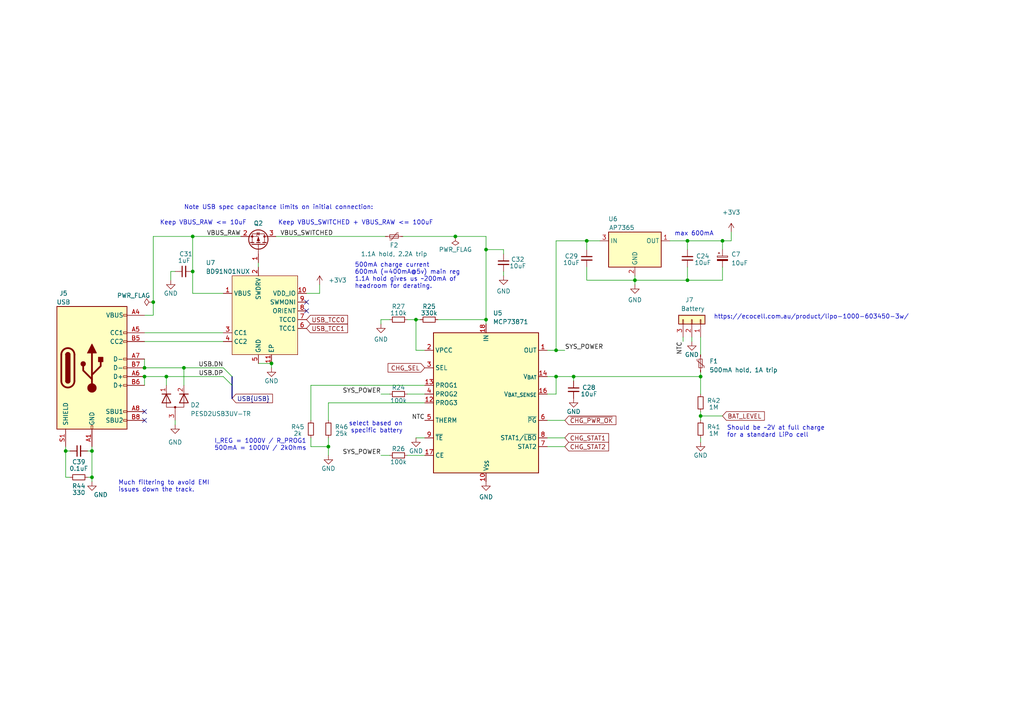
<source format=kicad_sch>
(kicad_sch (version 20230121) (generator eeschema)
  (paper "A4")
  (title_block (date "2022-09-04") (rev "1"))
  (lib_symbols
    (symbol "Battery_Management:MCP73871"
      (property "Reference" "U" (at -7.62 24.13 0))
      (property "Value" "MCP73871" (at -15.24 21.59 0))
      (symbol "MCP73871_0_1"
        (rectangle (start -15.24 20.32) (end 15.24 -20.32) (stroke (width 0.254)) (fill (type background)))
      )
      (symbol "MCP73871_1_1"
        (pin power_out line (at 17.78 15.24 180) (length 2.54) (name "OUT") (number "1"))
        (pin power_in line (at 0 -22.86 90) (length 2.54) (name "V_{SS}") (number "10"))
        (pin passive line (at 0 -22.86 90) (length 2.54) hide (name "V_{SS}") (number "11"))
        (pin bidirectional line (at -17.78 0 0) (length 2.54) (name "PROG3") (number "12"))
        (pin bidirectional line (at -17.78 5.08 0) (length 2.54) (name "PROG1") (number "13"))
        (pin power_out line (at 17.78 7.62 180) (length 2.54) (name "V_{BAT}") (number "14"))
        (pin passive line (at 17.78 7.62 180) (length 2.54) hide (name "V_{BAT}") (number "15"))
        (pin input line (at 17.78 2.54 180) (length 2.54) (name "V_{BAT_SENSE}") (number "16"))
        (pin input line (at -17.78 -15.24 0) (length 2.54) (name "CE") (number "17"))
        (pin power_in line (at 0 22.86 270) (length 2.54) (name "IN") (number "18"))
        (pin passive line (at 0 22.86 270) (length 2.54) hide (name "IN") (number "19"))
        (pin input line (at -17.78 15.24 0) (length 2.54) (name "VPCC") (number "2"))
        (pin passive line (at 17.78 15.24 180) (length 2.54) hide (name "OUT") (number "20"))
        (pin passive line (at 0 -22.86 90) (length 2.54) hide (name "V_{SS}") (number "21"))
        (pin input line (at -17.78 10.16 0) (length 2.54) (name "SEL") (number "3"))
        (pin input line (at -17.78 2.54 0) (length 2.54) (name "PROG2") (number "4"))
        (pin bidirectional line (at -17.78 -5.08 0) (length 2.54) (name "THERM") (number "5"))
        (pin open_collector line (at 17.78 -5.08 180) (length 2.54) (name "~{PG}") (number "6"))
        (pin open_collector line (at 17.78 -12.7 180) (length 2.54) (name "STAT2") (number "7"))
        (pin open_collector line (at 17.78 -10.16 180) (length 2.54) (name "STAT1/~{LBO}") (number "8"))
        (pin input line (at -17.78 -10.16 0) (length 2.54) (name "~{TE}") (number "9"))
      )
    )
    (symbol "Connector:USB_C_Receptacle_USB2.0" (pin_names (offset 1.016))
      (property "Reference" "J" (at -10.16 19.05 0))
      (property "Value" "USB_C_Receptacle_USB2.0" (at 19.05 19.05 0))
      (symbol "USB_C_Receptacle_USB2.0_0_0"
        (rectangle (start -0.254 -17.78) (end 0.254 -16.764))
        (rectangle (start 10.16 -14.986) (end 9.144 -15.494))
        (rectangle (start 10.16 -12.446) (end 9.144 -12.954))
        (rectangle (start 10.16 -4.826) (end 9.144 -5.334))
        (rectangle (start 10.16 -2.286) (end 9.144 -2.794))
        (rectangle (start 10.16 0.254) (end 9.144 -0.254))
        (rectangle (start 10.16 2.794) (end 9.144 2.286))
        (rectangle (start 10.16 7.874) (end 9.144 7.366))
        (rectangle (start 10.16 10.414) (end 9.144 9.906))
        (rectangle (start 10.16 15.494) (end 9.144 14.986))
      )
      (symbol "USB_C_Receptacle_USB2.0_0_1"
        (rectangle (start -10.16 17.78) (end 10.16 -17.78) (stroke (width 0.254)) (fill (type background)))
        (arc (start -8.89 -3.81) (mid -6.985 -5.7067) (end -5.08 -3.81) (stroke (width 0.508)))
        (arc (start -7.62 -3.81) (mid -6.985 -4.4423) (end -6.35 -3.81) (stroke (width 0.254)))
        (arc (start -7.62 -3.81) (mid -6.985 -4.4423) (end -6.35 -3.81) (stroke (width 0.254)) (fill (type outline)))
        (rectangle (start -7.62 -3.81) (end -6.35 3.81) (stroke (width 0.254)) (fill (type outline)))
        (arc (start -6.35 3.81) (mid -6.985 4.4423) (end -7.62 3.81) (stroke (width 0.254)))
        (arc (start -6.35 3.81) (mid -6.985 4.4423) (end -7.62 3.81) (stroke (width 0.254)) (fill (type outline)))
        (arc (start -5.08 3.81) (mid -6.985 5.7067) (end -8.89 3.81) (stroke (width 0.508)))
        (circle (center -2.54 1.143) (radius 0.635) (stroke (width 0.254)) (fill (type outline)))
        (circle (center 0 -5.842) (radius 1.27) (fill (type outline)))
        (polyline (pts (xy -8.89 -3.81) (xy -8.89 3.81)) (stroke (width 0.508)))
        (polyline (pts (xy -5.08 3.81) (xy -5.08 -3.81)) (stroke (width 0.508)))
        (polyline (pts (xy 0 -5.842) (xy 0 4.318)) (stroke (width 0.508)))
        (polyline (pts (xy 0 -3.302) (xy -2.54 -0.762) (xy -2.54 0.508)) (stroke (width 0.508)))
        (polyline (pts (xy 0 -2.032) (xy 2.54 0.508) (xy 2.54 1.778)) (stroke (width 0.508)))
        (polyline (pts (xy -1.27 4.318) (xy 0 6.858) (xy 1.27 4.318) (xy -1.27 4.318)) (stroke (width 0.254)) (fill (type outline)))
        (rectangle (start 1.905 1.778) (end 3.175 3.048) (stroke (width 0.254)) (fill (type outline)))
      )
      (symbol "USB_C_Receptacle_USB2.0_1_1"
        (pin passive line (at 0 -22.86 90) (length 5.08) (name "GND") (number "A1"))
        (pin passive line (at 0 -22.86 90) (length 5.08) hide (name "GND") (number "A12"))
        (pin passive line (at 15.24 15.24 180) (length 5.08) (name "VBUS") (number "A4"))
        (pin bidirectional line (at 15.24 10.16 180) (length 5.08) (name "CC1") (number "A5"))
        (pin bidirectional line (at 15.24 -2.54 180) (length 5.08) (name "D+") (number "A6"))
        (pin bidirectional line (at 15.24 2.54 180) (length 5.08) (name "D-") (number "A7"))
        (pin bidirectional line (at 15.24 -12.7 180) (length 5.08) (name "SBU1") (number "A8"))
        (pin passive line (at 15.24 15.24 180) (length 5.08) hide (name "VBUS") (number "A9"))
        (pin passive line (at 0 -22.86 90) (length 5.08) hide (name "GND") (number "B1"))
        (pin passive line (at 0 -22.86 90) (length 5.08) hide (name "GND") (number "B12"))
        (pin passive line (at 15.24 15.24 180) (length 5.08) hide (name "VBUS") (number "B4"))
        (pin bidirectional line (at 15.24 7.62 180) (length 5.08) (name "CC2") (number "B5"))
        (pin bidirectional line (at 15.24 -5.08 180) (length 5.08) (name "D+") (number "B6"))
        (pin bidirectional line (at 15.24 0 180) (length 5.08) (name "D-") (number "B7"))
        (pin bidirectional line (at 15.24 -15.24 180) (length 5.08) (name "SBU2") (number "B8"))
        (pin passive line (at 15.24 15.24 180) (length 5.08) hide (name "VBUS") (number "B9"))
        (pin passive line (at -7.62 -22.86 90) (length 5.08) (name "SHIELD") (number "S1"))
      )
    )
    (symbol "Connector_Generic:Conn_01x03" (pin_names (offset 1.016) hide)
      (property "Reference" "J" (at 0 5.08 0))
      (property "Value" "Conn_01x03" (at 0 -5.08 0))
      (symbol "Conn_01x03_1_1"
        (rectangle (start -1.27 -2.413) (end 0 -2.667) (stroke (width 0.1524)))
        (rectangle (start -1.27 0.127) (end 0 -0.127) (stroke (width 0.1524)))
        (rectangle (start -1.27 2.667) (end 0 2.413) (stroke (width 0.1524)))
        (rectangle (start -1.27 3.81) (end 1.27 -3.81) (stroke (width 0.254)) (fill (type background)))
        (pin passive line (at -5.08 2.54 0) (length 3.81) (name "Pin_1") (number "1"))
        (pin passive line (at -5.08 0 0) (length 3.81) (name "Pin_2") (number "2"))
        (pin passive line (at -5.08 -2.54 0) (length 3.81) (name "Pin_3") (number "3"))
      )
    )
    (symbol "Device:C_Polarized_Small" (pin_numbers hide) (pin_names (offset 0.254) hide)
      (property "Reference" "C" (at 0.254 1.778 0))
      (property "Value" "C_Polarized_Small" (at 0.254 -2.032 0))
      (symbol "C_Polarized_Small_0_1"
        (rectangle (start -1.524 -0.3048) (end 1.524 -0.6858) (fill (type outline)))
        (rectangle (start -1.524 0.6858) (end 1.524 0.3048))
        (polyline (pts (xy -1.27 1.524) (xy -0.762 1.524)))
        (polyline (pts (xy -1.016 1.27) (xy -1.016 1.778)))
      )
      (symbol "C_Polarized_Small_1_1"
        (pin passive line (at 0 2.54 270) (length 1.8542) (name "~") (number "1"))
        (pin passive line (at 0 -2.54 90) (length 1.8542) (name "~") (number "2"))
      )
    )
    (symbol "Device:C_Small" (pin_numbers hide) (pin_names (offset 0.254) hide)
      (property "Reference" "C" (at 0.254 1.778 0))
      (property "Value" "C_Small" (at 0.254 -2.032 0))
      (symbol "C_Small_0_1"
        (polyline (pts (xy -1.524 -0.508) (xy 1.524 -0.508)) (stroke (width 0.3302)))
        (polyline (pts (xy -1.524 0.508) (xy 1.524 0.508)) (stroke (width 0.3048)))
      )
      (symbol "C_Small_1_1"
        (pin passive line (at 0 2.54 270) (length 2.032) (name "~") (number "1"))
        (pin passive line (at 0 -2.54 90) (length 2.032) (name "~") (number "2"))
      )
    )
    (symbol "Device:D_Dual_CommonAnode_KKA_Parallel" (pin_names (offset 0.762) hide)
      (property "Reference" "D" (at 0 5.08 0))
      (property "Value" "D_Dual_CommonAnode_KKA_Parallel" (at 0 -5.08 0))
      (symbol "D_Dual_CommonAnode_KKA_Parallel_0_0"
        (polyline (pts (xy 2.54 -3.81) (xy 2.54 -1.27)) (stroke (width 0.254)))
        (polyline (pts (xy 2.54 1.27) (xy 2.54 3.81)) (stroke (width 0.254)))
      )
      (symbol "D_Dual_CommonAnode_KKA_Parallel_0_1"
        (circle (center -1.27 0) (radius 0.254) (fill (type outline)))
        (polyline (pts (xy -1.27 0) (xy -2.54 0)))
        (polyline (pts (xy 2.54 2.54) (xy -1.27 2.54) (xy -1.27 -2.54) (xy 2.54 -2.54)))
        (polyline (pts (xy 0 -1.27) (xy 2.54 -2.54) (xy 0 -3.81) (xy 0 -1.27) (xy 0 -1.27) (xy 0 -1.27)) (stroke (width 0.254)))
        (polyline (pts (xy 0 3.81) (xy 2.54 2.54) (xy 0 1.27) (xy 0 3.81) (xy 0 3.81) (xy 0 3.81)) (stroke (width 0.254)))
        (pin passive line (at 5.08 2.54 180) (length 2.54) (name "K") (number "1"))
        (pin passive line (at 5.08 -2.54 180) (length 2.54) (name "K") (number "2"))
        (pin passive line (at -5.08 0 0) (length 2.54) (name "A") (number "3"))
      )
    )
    (symbol "Device:Polyfuse_Small" (pin_numbers hide) (pin_names (offset 0))
      (property "Reference" "F" (at -1.905 0 90))
      (property "Value" "Polyfuse_Small" (at 1.905 0 90))
      (symbol "Polyfuse_Small_0_1"
        (rectangle (start -0.508 1.27) (end 0.508 -1.27))
        (polyline (pts (xy 0 2.54) (xy 0 -2.54)))
        (polyline (pts (xy -1.016 1.27) (xy -1.016 0.762) (xy 1.016 -0.762) (xy 1.016 -1.27)))
      )
      (symbol "Polyfuse_Small_1_1"
        (pin passive line (at 0 2.54 270) (length 0.635) (name "~") (number "1"))
        (pin passive line (at 0 -2.54 90) (length 0.635) (name "~") (number "2"))
      )
    )
    (symbol "Device:Q_PMOS_GSD" (pin_names (offset 0) hide)
      (property "Reference" "Q" (at 5.08 1.27 0))
      (property "Value" "Q_PMOS_GSD" (at 5.08 -1.27 0))
      (symbol "Q_PMOS_GSD_0_1"
        (polyline (pts (xy 0.254 0) (xy -2.54 0)))
        (polyline (pts (xy 0.254 1.905) (xy 0.254 -1.905)) (stroke (width 0.254)))
        (polyline (pts (xy 0.762 -1.27) (xy 0.762 -2.286)) (stroke (width 0.254)))
        (polyline (pts (xy 0.762 0.508) (xy 0.762 -0.508)) (stroke (width 0.254)))
        (polyline (pts (xy 0.762 2.286) (xy 0.762 1.27)) (stroke (width 0.254)))
        (polyline (pts (xy 2.54 2.54) (xy 2.54 1.778)))
        (polyline (pts (xy 2.54 -2.54) (xy 2.54 0) (xy 0.762 0)))
        (polyline (pts (xy 0.762 1.778) (xy 3.302 1.778) (xy 3.302 -1.778) (xy 0.762 -1.778)))
        (polyline (pts (xy 2.286 0) (xy 1.27 0.381) (xy 1.27 -0.381) (xy 2.286 0)) (fill (type outline)))
        (polyline (pts (xy 2.794 -0.508) (xy 2.921 -0.381) (xy 3.683 -0.381) (xy 3.81 -0.254)))
        (polyline (pts (xy 3.302 -0.381) (xy 2.921 0.254) (xy 3.683 0.254) (xy 3.302 -0.381)))
        (circle (center 1.651 0) (radius 2.794) (stroke (width 0.254)))
        (circle (center 2.54 -1.778) (radius 0.254) (fill (type outline)))
        (circle (center 2.54 1.778) (radius 0.254) (fill (type outline)))
      )
      (symbol "Q_PMOS_GSD_1_1"
        (pin input line (at -5.08 0 0) (length 2.54) (name "G") (number "1"))
        (pin passive line (at 2.54 -5.08 90) (length 2.54) (name "S") (number "2"))
        (pin passive line (at 2.54 5.08 270) (length 2.54) (name "D") (number "3"))
      )
    )
    (symbol "Device:R_Small" (pin_numbers hide) (pin_names (offset 0.254) hide)
      (property "Reference" "R" (at 0.762 0.508 0))
      (property "Value" "R_Small" (at 0.762 -1.016 0))
      (symbol "R_Small_0_1"
        (rectangle (start -0.762 1.778) (end 0.762 -1.778) (stroke (width 0.2032)))
      )
      (symbol "R_Small_1_1"
        (pin passive line (at 0 2.54 270) (length 0.762) (name "~") (number "1"))
        (pin passive line (at 0 -2.54 90) (length 0.762) (name "~") (number "2"))
      )
    )
    (symbol "power:+3V3" (power) (pin_names (offset 0))
      (property "Value" "+3V3" (at 0 3.556 0))
      (symbol "+3V3_0_1"
        (polyline (pts (xy -0.762 1.27) (xy 0 2.54)))
        (polyline (pts (xy 0 0) (xy 0 2.54)))
        (polyline (pts (xy 0 2.54) (xy 0.762 1.27)))
      )
      (symbol "+3V3_1_1"
        (pin power_in line (at 0 0 90) (length 0) hide (name "+3V3") (number "1"))
      )
    )
    (symbol "power:GND" (power) (pin_names (offset 0))
      (property "Value" "GND" (at 0 -3.81 0))
      (symbol "GND_0_1"
        (polyline (pts (xy 0 0) (xy 0 -1.27) (xy 1.27 -1.27) (xy 0 -2.54) (xy -1.27 -1.27) (xy 0 -1.27)))
      )
      (symbol "GND_1_1"
        (pin power_in line (at 0 0 270) (length 0) hide (name "GND") (number "1"))
      )
    )
    (symbol "power:PWR_FLAG" (power) (pin_numbers hide) (pin_names (offset 0) hide)
      (property "Value" "PWR_FLAG" (at 0 3.81 0))
      (symbol "PWR_FLAG_0_0"
        (pin power_out line (at 0 0 90) (length 0) (name "pwr") (number "1"))
      )
      (symbol "PWR_FLAG_0_1"
        (polyline (pts (xy 0 0) (xy 0 1.27) (xy -1.016 1.905) (xy 0 2.54) (xy 1.016 1.905) (xy 0 1.27)))
      )
    )
    (symbol "symbols:AP7365"
      (property "Reference" "U" (at 0 0 0))
      (symbol "AP7365_1_1"
        (rectangle (start -7.62 3.81) (end 7.62 -6.35) (stroke (width 0.254)) (fill (type background)))
        (pin power_out line (at 10.16 1.27 180) (length 2.54) (name "OUT") (number "1"))
        (pin power_in line (at 0 -8.89 90) (length 2.54) (name "GND") (number "2"))
        (pin power_in line (at -10.16 1.27 0) (length 2.54) (name "IN") (number "3"))
      )
    )
    (symbol "symbols:BD91N01NUX"
      (property "Reference" "U" (at 0 13.97 0))
      (property "Value" "BD91N01NUX" (at 5.08 16.51 0))
      (symbol "BD91N01NUX_0_1"
        (rectangle (start -12.7 12.7) (end 6.35 -10.16) (fill (type background)))
      )
      (symbol "BD91N01NUX_1_1"
        (pin power_in line (at -15.24 7.62 0) (length 2.54) (name "VBUS") (number "1"))
        (pin power_in line (at 8.89 7.62 180) (length 2.54) (name "VDD_IO") (number "10"))
        (pin power_in line (at -1.27 -12.7 90) (length 2.54) (name "EP") (number "11"))
        (pin output line (at -5.08 15.24 270) (length 2.54) (name "SWDRV") (number "2"))
        (pin input line (at -15.24 -3.81 0) (length 2.54) (name "CC1") (number "3"))
        (pin input line (at -15.24 -6.35 0) (length 2.54) (name "CC2") (number "4"))
        (pin power_in line (at -5.08 -12.7 90) (length 2.54) (name "GND") (number "5"))
        (pin output line (at 8.89 -2.54 180) (length 2.54) (name "TCC1") (number "6"))
        (pin output line (at 8.89 0 180) (length 2.54) (name "TCC0") (number "7"))
        (pin output line (at 8.89 2.54 180) (length 2.54) (name "ORIENT") (number "8"))
        (pin output line (at 8.89 5.08 180) (length 2.54) (name "SWMONI") (number "9"))
      )
    )
  )
  (junction (at 203.2 120.65))
  (junction (at 55.88 78.74))
  (junction (at 19.05 130.81))
  (junction (at 161.29 109.22))
  (junction (at 209.55 69.85))
  (junction (at 199.39 81.28))
  (junction (at 199.39 69.85))
  (junction (at 41.91 106.68))
  (junction (at 26.67 130.81))
  (junction (at 26.67 138.43))
  (junction (at 44.45 87.63))
  (junction (at 166.37 109.22))
  (junction (at 170.18 69.85))
  (junction (at 140.97 92.71))
  (junction (at 203.2 109.22))
  (junction (at 161.29 101.6))
  (junction (at 41.91 109.22))
  (junction (at 120.65 92.71))
  (junction (at 78.74 105.41))
  (junction (at 53.34 106.68))
  (junction (at 184.15 81.28))
  (junction (at 55.88 68.58))
  (junction (at 48.26 109.22))
  (junction (at 132.08 68.58))
  (junction (at 140.97 72.39))
  (junction (at 95.25 129.54))
  (no_connect (at 88.9 87.63))
  (no_connect (at 88.9 90.17))
  (no_connect (at 41.91 119.38))
  (no_connect (at 41.91 121.92))
  (bus_entry (at 64.77 106.68) (size 2.54 2.54))
  (bus_entry (at 64.77 109.22) (size 2.54 2.54))
  (wire (pts (xy 19.05 130.81) (xy 19.05 138.43)))
  (wire (pts (xy 55.88 85.09) (xy 55.88 78.74)))
  (wire (pts (xy 199.39 72.39) (xy 199.39 69.85)))
  (wire (pts (xy 110.49 132.08) (xy 113.03 132.08)))
  (wire (pts (xy 44.45 68.58) (xy 44.45 87.63)))
  (wire (pts (xy 161.29 69.85) (xy 170.18 69.85)))
  (wire (pts (xy 113.03 92.71) (xy 110.49 92.71)))
  (wire (pts (xy 50.8 123.19) (xy 50.8 121.92)))
  (wire (pts (xy 203.2 107.95) (xy 203.2 109.22)))
  (wire (pts (xy 199.39 81.28) (xy 184.15 81.28)))
  (wire (pts (xy 158.75 127) (xy 163.83 127)))
  (wire (pts (xy 127 92.71) (xy 140.97 92.71)))
  (wire (pts (xy 203.2 109.22) (xy 203.2 114.3)))
  (wire (pts (xy 120.65 101.6) (xy 120.65 92.71)))
  (wire (pts (xy 26.67 129.54) (xy 26.67 130.81)))
  (wire (pts (xy 95.25 129.54) (xy 95.25 132.08)))
  (wire (pts (xy 123.19 101.6) (xy 120.65 101.6)))
  (wire (pts (xy 41.91 99.06) (xy 64.77 99.06)))
  (wire (pts (xy 132.08 68.58) (xy 140.97 68.58)))
  (wire (pts (xy 170.18 81.28) (xy 184.15 81.28)))
  (wire (pts (xy 116.84 68.58) (xy 132.08 68.58)))
  (bus (pts (xy 67.31 111.76) (xy 67.31 115.57)))
  (wire (pts (xy 95.25 127) (xy 95.25 129.54)))
  (wire (pts (xy 198.12 99.06) (xy 198.12 97.79)))
  (wire (pts (xy 158.75 129.54) (xy 163.83 129.54)))
  (wire (pts (xy 200.66 97.79) (xy 200.66 99.06)))
  (wire (pts (xy 74.93 76.2) (xy 74.93 77.47)))
  (wire (pts (xy 170.18 72.39) (xy 170.18 69.85)))
  (wire (pts (xy 26.67 130.81) (xy 26.67 138.43)))
  (wire (pts (xy 88.9 85.09) (xy 92.71 85.09)))
  (wire (pts (xy 123.19 132.08) (xy 118.11 132.08)))
  (wire (pts (xy 140.97 72.39) (xy 140.97 92.71)))
  (wire (pts (xy 53.34 106.68) (xy 64.77 106.68)))
  (wire (pts (xy 120.65 127) (xy 123.19 127)))
  (wire (pts (xy 48.26 109.22) (xy 48.26 111.76)))
  (wire (pts (xy 209.55 69.85) (xy 209.55 72.39)))
  (wire (pts (xy 49.53 78.74) (xy 49.53 81.28)))
  (wire (pts (xy 203.2 127) (xy 203.2 128.27)))
  (wire (pts (xy 184.15 81.28) (xy 184.15 80.01)))
  (wire (pts (xy 166.37 109.22) (xy 166.37 110.49)))
  (wire (pts (xy 74.93 105.41) (xy 78.74 105.41)))
  (wire (pts (xy 41.91 106.68) (xy 53.34 106.68)))
  (wire (pts (xy 209.55 69.85) (xy 212.09 69.85)))
  (wire (pts (xy 41.91 109.22) (xy 48.26 109.22)))
  (wire (pts (xy 123.19 116.84) (xy 95.25 116.84)))
  (wire (pts (xy 55.88 68.58) (xy 69.85 68.58)))
  (wire (pts (xy 184.15 82.55) (xy 184.15 81.28)))
  (wire (pts (xy 44.45 68.58) (xy 55.88 68.58)))
  (wire (pts (xy 170.18 69.85) (xy 173.99 69.85)))
  (wire (pts (xy 110.49 92.71) (xy 110.49 93.98)))
  (wire (pts (xy 146.05 73.66) (xy 146.05 72.39)))
  (wire (pts (xy 19.05 138.43) (xy 20.32 138.43)))
  (wire (pts (xy 41.91 96.52) (xy 64.77 96.52)))
  (wire (pts (xy 161.29 114.3) (xy 161.29 109.22)))
  (wire (pts (xy 41.91 91.44) (xy 44.45 91.44)))
  (wire (pts (xy 194.31 69.85) (xy 199.39 69.85)))
  (wire (pts (xy 48.26 109.22) (xy 64.77 109.22)))
  (wire (pts (xy 95.25 116.84) (xy 95.25 121.92)))
  (wire (pts (xy 199.39 77.47) (xy 199.39 81.28)))
  (wire (pts (xy 118.11 114.3) (xy 123.19 114.3)))
  (wire (pts (xy 44.45 87.63) (xy 44.45 91.44)))
  (wire (pts (xy 41.91 106.68) (xy 41.91 104.14)))
  (wire (pts (xy 80.01 68.58) (xy 111.76 68.58)))
  (wire (pts (xy 92.71 85.09) (xy 92.71 82.55)))
  (wire (pts (xy 170.18 77.47) (xy 170.18 81.28)))
  (wire (pts (xy 146.05 72.39) (xy 140.97 72.39)))
  (wire (pts (xy 140.97 92.71) (xy 140.97 93.98)))
  (wire (pts (xy 55.88 68.58) (xy 55.88 78.74)))
  (wire (pts (xy 203.2 120.65) (xy 203.2 119.38)))
  (wire (pts (xy 212.09 67.31) (xy 212.09 69.85)))
  (wire (pts (xy 158.75 114.3) (xy 161.29 114.3)))
  (wire (pts (xy 90.17 127) (xy 90.17 129.54)))
  (wire (pts (xy 161.29 69.85) (xy 161.29 101.6)))
  (wire (pts (xy 166.37 109.22) (xy 203.2 109.22)))
  (wire (pts (xy 19.05 129.54) (xy 19.05 130.81)))
  (wire (pts (xy 203.2 120.65) (xy 209.55 120.65)))
  (wire (pts (xy 123.19 111.76) (xy 90.17 111.76)))
  (wire (pts (xy 120.65 92.71) (xy 121.92 92.71)))
  (wire (pts (xy 199.39 69.85) (xy 209.55 69.85)))
  (wire (pts (xy 203.2 121.92) (xy 203.2 120.65)))
  (wire (pts (xy 146.05 78.74) (xy 146.05 80.01)))
  (wire (pts (xy 199.39 81.28) (xy 209.55 81.28)))
  (wire (pts (xy 161.29 101.6) (xy 163.83 101.6)))
  (wire (pts (xy 78.74 105.41) (xy 78.74 106.68)))
  (wire (pts (xy 158.75 101.6) (xy 161.29 101.6)))
  (wire (pts (xy 158.75 121.92) (xy 163.83 121.92)))
  (wire (pts (xy 53.34 106.68) (xy 53.34 111.76)))
  (bus (pts (xy 67.31 109.22) (xy 67.31 111.76)))
  (wire (pts (xy 140.97 68.58) (xy 140.97 72.39)))
  (wire (pts (xy 26.67 138.43) (xy 26.67 139.7)))
  (wire (pts (xy 203.2 97.79) (xy 203.2 102.87)))
  (wire (pts (xy 110.49 114.3) (xy 113.03 114.3)))
  (wire (pts (xy 161.29 109.22) (xy 166.37 109.22)))
  (wire (pts (xy 90.17 129.54) (xy 95.25 129.54)))
  (wire (pts (xy 50.8 78.74) (xy 49.53 78.74)))
  (wire (pts (xy 19.05 130.81) (xy 20.32 130.81)))
  (wire (pts (xy 25.4 130.81) (xy 26.67 130.81)))
  (wire (pts (xy 90.17 111.76) (xy 90.17 121.92)))
  (wire (pts (xy 118.11 92.71) (xy 120.65 92.71)))
  (wire (pts (xy 25.4 138.43) (xy 26.67 138.43)))
  (wire (pts (xy 64.77 85.09) (xy 55.88 85.09)))
  (wire (pts (xy 209.55 77.47) (xy 209.55 81.28)))
  (wire (pts (xy 158.75 109.22) (xy 161.29 109.22)))
  (wire (pts (xy 41.91 109.22) (xy 41.91 111.76)))
  (text "https://ecocell.com.au/product/lipo-1000-603450-3w/" (at 207.01 92.71 0) (effects (font (size 1.27 1.27)) (justify left bottom)))
  (text "max 600mA" (at 195.58 68.58 0) (effects (font (size 1.27 1.27)) (justify left bottom)))
  (text "500mA charge current\n600mA (=400mA@5v) main reg\n1.1A hold gives us ~200mA of\nheadroom for derating." (at 102.87 83.82 0) (effects (font (size 1.27 1.27)) (justify left bottom)))
  (text "Should be ~2V at full charge\nfor a standard LiPo cell" (at 210.82 127 0) (effects (font (size 1.27 1.27)) (justify left bottom)))
  (text "Much filtering to avoid EMI\nissues down the track." (at 34.29 142.875 0) (effects (font (size 1.27 1.27)) (justify left bottom)))
  (text "I_REG = 1000V / R_PROG1\n500mA = 1000V / 2kOhms" (at 88.9 130.81 0) (effects (font (size 1.27 1.27)) (justify right bottom)))
  (text "Keep VBUS_RAW <= 10uF" (at 46.355 65.405 0) (effects (font (size 1.27 1.27)) (justify left bottom)))
  (text "Keep VBUS_SWITCHED + VBUS_RAW <= 100uF" (at 80.645 65.405 0) (effects (font (size 1.27 1.27)) (justify left bottom)))
  (text "select based on\nspecific battery" (at 116.84 125.73 0) (effects (font (size 1.27 1.27)) (justify right bottom)))
  (text "Note USB spec capacitance limits on initial connection:" (at 53.34 60.96 0) (effects (font (size 1.27 1.27)) (justify left bottom)))
  (label "SYS_POWER" (at 110.49 132.08 180))
  (label "VBUS_RAW" (at 69.85 68.58 180))
  (label "NTC" (at 123.19 121.92 180))
  (label "USB.DP" (at 64.77 109.22 180))
  (label "VBUS_SWITCHED" (at 81.28 68.58 0))
  (label "SYS_POWER" (at 110.49 114.3 180))
  (label "SYS_POWER" (at 163.83 101.6 0))
  (label "NTC" (at 198.12 99.06 270))
  (label "USB.DN" (at 64.77 106.68 180))
  (global_label "~{CHG_PWR_OK}" (shape input) (at 163.83 121.92 0) (property "Intersheetrefs" "${INTERSHEET_REFS}" (effects hide)))
  (global_label "CHG_STAT2" (shape input) (at 163.83 129.54 0) (property "Intersheetrefs" "${INTERSHEET_REFS}" (effects hide)))
  (global_label "USB_TCC0" (shape input) (at 88.9 92.71 0) (property "Intersheetrefs" "${INTERSHEET_REFS}" (effects hide)))
  (global_label "USB_TCC1" (shape input) (at 88.9 95.25 0) (property "Intersheetrefs" "${INTERSHEET_REFS}" (effects hide)))
  (global_label "CHG_SEL" (shape input) (at 123.19 106.68 180) (property "Intersheetrefs" "${INTERSHEET_REFS}" (effects hide)))
  (global_label "CHG_STAT1" (shape input) (at 163.83 127 0) (property "Intersheetrefs" "${INTERSHEET_REFS}" (effects hide)))
  (global_label "BAT_LEVEL" (shape input) (at 209.55 120.65 0) (property "Intersheetrefs" "${INTERSHEET_REFS}" (effects hide)))
  (global_label "USB{USB}" (shape input) (at 67.31 115.57 0) (property "Intersheetrefs" "${INTERSHEET_REFS}" (effects hide)))
  (symbol (lib_id "Device:R_Small") (at 203.2 124.46 0) (unit 1)
    (property "Reference" "R41" (at 207.01 123.825 0))
    (property "Value" "1M" (at 207.01 125.73 0))
    (property "Footprint" "Resistor_SMD:R_0603_1608Metric" (effects hide))
    (property "MPN" "AC0603FR-131ML" (effects hide))
  )
  (symbol (lib_id "symbols:BD91N01NUX") (at 80.01 92.71 0) (unit 1)
    (property "Reference" "U7" (at 59.69 76.2 0) (effects (justify left)))
    (property "Value" "BD91N01NUX" (at 59.69 78.74 0) (effects (justify left)))
    (property "Footprint" "footprints:BD91N01NUX-E2" (effects hide))
    (property "MPN" "BD91N01NUX" (effects hide))
  )
  (symbol (lib_id "power:GND") (at 49.53 81.28 0) (unit 1)
    (property "Reference" "#PWR0202" (effects hide))
    (property "Value" "GND" (at 49.53 85.09 0))
  )
  (symbol (lib_id "power:+3V3") (at 212.09 67.31 0) (unit 1)
    (property "Reference" "#PWR0217" (effects hide))
    (property "Value" "+3V3" (at 212.09 61.595 0))
  )
  (symbol (lib_id "Device:C_Small") (at 170.18 74.93 0) (unit 1)
    (property "Reference" "C29" (at 165.735 74.295 0))
    (property "Value" "10uF" (at 165.735 76.2 0))
    (property "Footprint" "Capacitor_SMD:C_0805_2012Metric" (effects hide))
    (property "MPN" "EMK212ABJ106KG-T" (effects hide))
  )
  (symbol (lib_id "Device:R_Small") (at 115.57 132.08 90) (unit 1)
    (property "Reference" "R26" (at 115.57 130.175 90))
    (property "Value" "100k" (at 115.57 133.985 90))
    (property "Footprint" "Resistor_SMD:R_0603_1608Metric" (effects hide))
    (property "MPN" "RC0603JR-10100KL" (effects hide))
  )
  (symbol (lib_id "power:GND") (at 200.66 99.06 0) (unit 1)
    (property "Reference" "#PWR0213" (effects hide))
    (property "Value" "GND" (at 200.66 102.87 0))
  )
  (symbol (lib_id "Device:C_Small") (at 166.37 113.03 0) (mirror y) (unit 1)
    (property "Reference" "C28" (at 170.815 112.395 0))
    (property "Value" "10uF" (at 170.815 114.3 0))
    (property "Footprint" "Capacitor_SMD:C_0805_2012Metric" (effects hide))
    (property "MPN" "EMK212ABJ106KG-T" (effects hide))
  )
  (symbol (lib_id "Device:D_Dual_CommonAnode_KKA_Parallel") (at 50.8 116.84 90) (unit 1)
    (property "Reference" "D2" (at 55.245 117.475 90) (effects (justify right)))
    (property "Value" "PESD2USB3UV-TR" (at 55.245 120.015 90) (effects (justify right)))
    (property "Footprint" "Package_TO_SOT_SMD:SOT-23" (effects hide))
    (property "MPN" "PESD2USB3UV-TR" (effects hide))
  )
  (symbol (lib_id "Battery_Management:MCP73871") (at 140.97 116.84 0) (unit 1)
    (property "Reference" "U5" (at 142.9894 90.805 0) (effects (justify left)))
    (property "Value" "MCP73871" (at 142.9894 93.345 0) (effects (justify left)))
    (property "Footprint" "Package_DFN_QFN:QFN-20-1EP_4x4mm_P0.5mm_EP2.5x2.5mm" (effects hide))
    (property "Datasheet" "http://www.mouser.com/ds/2/268/22090a-52174.pdf" (effects hide))
    (property "MPN" "MCP73871" (effects hide))
  )
  (symbol (lib_id "power:PWR_FLAG") (at 132.08 68.58 180) (unit 1)
    (property "Reference" "#FLG0202" (effects hide))
    (property "Value" "PWR_FLAG" (at 132.08 72.39 0))
  )
  (symbol (lib_id "power:GND") (at 50.8 123.19 0) (unit 1)
    (property "Reference" "#PWR0203" (effects hide))
    (property "Value" "GND" (at 50.8 128.27 0))
  )
  (symbol (lib_id "power:GND") (at 26.67 139.7 0) (unit 1)
    (property "Reference" "#PWR0201" (effects hide))
    (property "Value" "GND" (at 29.21 143.51 0))
  )
  (symbol (lib_id "power:GND") (at 120.65 127 0) (unit 1)
    (property "Reference" "#PWR0208" (effects hide))
    (property "Value" "GND" (at 120.65 130.81 0))
  )
  (symbol (lib_id "Device:R_Small") (at 203.2 116.84 0) (unit 1)
    (property "Reference" "R42" (at 207.01 116.205 0))
    (property "Value" "1M" (at 207.01 118.11 0))
    (property "Footprint" "Resistor_SMD:R_0603_1608Metric" (effects hide))
    (property "MPN" "AC0603FR-131ML" (effects hide))
  )
  (symbol (lib_id "Device:R_Small") (at 90.17 124.46 0) (mirror y) (unit 1)
    (property "Reference" "R45" (at 86.36 123.825 0))
    (property "Value" "2k" (at 86.36 125.73 0))
    (property "Footprint" "Resistor_SMD:R_0603_1608Metric" (effects hide))
    (property "MPN" "RC0603JR-072KL" (effects hide))
  )
  (symbol (lib_id "Device:C_Polarized_Small") (at 209.55 74.93 0) (unit 1)
    (property "Reference" "C7" (at 212.09 73.7489 0) (effects (justify left)))
    (property "Value" "10uF" (at 212.09 76.2889 0) (effects (justify left)))
    (property "Footprint" "Capacitor_Tantalum_SMD:CP_EIA-3216-18_Kemet-A" (effects hide))
    (property "MPN" "TCJA106M020R0150 " (effects hide))
    (instances (project "gay-ipod" (path "" (reference "C7") (unit 1)) (path "" (reference "C8") (unit 1))))
  )
  (symbol (lib_id "Device:C_Small") (at 146.05 76.2 0) (mirror y) (unit 1)
    (property "Reference" "C32" (at 150.1775 75.2475 0))
    (property "Value" "10uF" (at 150.1775 77.1525 0))
    (property "Footprint" "Capacitor_SMD:C_0805_2012Metric" (effects hide))
    (property "MPN" "EMK212ABJ106KG-T" (effects hide))
  )
  (symbol (lib_id "Device:R_Small") (at 115.57 114.3 90) (unit 1)
    (property "Reference" "R24" (at 115.57 112.395 90))
    (property "Value" "100k" (at 115.57 116.205 90))
    (property "Footprint" "Resistor_SMD:R_0603_1608Metric" (effects hide))
    (property "MPN" "RC0603JR-10100KL" (effects hide))
  )
  (symbol (lib_id "power:+3V3") (at 92.71 82.55 0) (unit 1)
    (property "Reference" "#PWR0205" (effects hide))
    (property "Value" "+3V3" (at 95.25 81.2799 0) (effects (justify left)))
  )
  (symbol (lib_id "Device:R_Small") (at 115.57 92.71 90) (unit 1)
    (property "Reference" "R27" (at 115.57 88.9 90))
    (property "Value" "110k" (at 115.57 90.805 90))
    (property "Footprint" "Resistor_SMD:R_0603_1608Metric" (effects hide))
    (property "MPN" "AC0603FR-07110KL" (effects hide))
  )
  (symbol (lib_id "power:GND") (at 78.74 106.68 0) (unit 1)
    (property "Reference" "#PWR0204" (effects hide))
    (property "Value" "GND" (at 78.74 110.49 0))
  )
  (symbol (lib_id "Device:Polyfuse_Small") (at 203.2 105.41 0) (unit 1)
    (property "Reference" "F1" (at 205.74 104.775 0) (effects (justify left)))
    (property "Value" "500mA hold, 1A trip" (at 205.74 107.315 0) (effects (justify left)))
    (property "Footprint" "Fuse:Fuse_1206_3216Metric" (effects hide))
    (property "MPN" "SMD1206B050TF/15" (effects hide))
  )
  (symbol (lib_id "Device:Q_PMOS_GSD") (at 74.93 71.12 270) (mirror x) (unit 1)
    (property "Reference" "Q2" (at 74.93 64.77 90))
    (property "Value" "PMV48XPA2R" (effects hide))
    (property "Footprint" "Package_TO_SOT_SMD:TSOT-23" (effects hide))
    (property "MPN" "PMV48XPA2R" (effects hide))
  )
  (symbol (lib_id "Device:Polyfuse_Small") (at 114.3 68.58 270) (unit 1)
    (property "Reference" "F2" (at 114.3 71.12 90))
    (property "Value" "1.1A hold, 2.2A trip" (at 114.3 73.66 90))
    (property "Footprint" "Fuse:Fuse_1206_3216Metric" (effects hide))
    (property "MPN" "SMD1206B110TFT" (effects hide))
  )
  (symbol (lib_id "power:GND") (at 95.25 132.08 0) (unit 1)
    (property "Reference" "#PWR0206" (effects hide))
    (property "Value" "GND" (at 95.25 135.89 0))
  )
  (symbol (lib_id "power:GND") (at 166.37 115.57 0) (mirror y) (unit 1)
    (property "Reference" "#PWR0211" (effects hide))
    (property "Value" "GND" (at 166.37 119.38 0))
  )
  (symbol (lib_id "power:PWR_FLAG") (at 44.45 87.63 90) (unit 1)
    (property "Reference" "#FLG0201" (effects hide))
    (property "Value" "PWR_FLAG" (at 38.735 85.725 90))
  )
  (symbol (lib_id "symbols:AP7365") (at 184.15 71.12 0) (unit 1)
    (property "Reference" "U6" (at 177.8 63.5 0))
    (property "Value" "AP7365" (at 180.34 66.04 0))
    (property "Footprint" "Package_TO_SOT_SMD:SOT-89-3" (effects hide))
    (property "MPN" "AP7365-33YG-13 " (effects hide))
  )
  (symbol (lib_id "power:GND") (at 184.15 82.55 0) (unit 1)
    (property "Reference" "#PWR01" (effects hide))
    (property "Value" "GND" (at 184.15 86.995 0))
  )
  (symbol (lib_id "Device:C_Small") (at 22.86 130.81 90) (unit 1)
    (property "Reference" "C39" (at 22.86 133.985 90))
    (property "Value" "0.1uF" (at 22.86 135.89 90))
    (property "Footprint" "Capacitor_SMD:C_0805_2012Metric" (effects hide))
    (property "MPN" "0805YD104KAT2A" (effects hide))
  )
  (symbol (lib_id "Device:C_Small") (at 53.34 78.74 90) (unit 1)
    (property "Reference" "C31" (at 55.88 73.66 90) (effects (justify left)))
    (property "Value" "1uF" (at 55.245 75.565 90) (effects (justify left)))
    (property "Footprint" "Capacitor_SMD:C_0805_2012Metric" (effects hide))
    (property "MPN" "EMK212BJ105KG-T" (effects hide))
  )
  (symbol (lib_id "Device:R_Small") (at 124.46 92.71 90) (unit 1)
    (property "Reference" "R25" (at 124.46 88.9 90))
    (property "Value" "330k" (at 124.46 90.805 90))
    (property "Footprint" "Resistor_SMD:R_0603_1608Metric" (effects hide))
    (property "MPN" "RT0603FRE07330KL" (effects hide))
  )
  (symbol (lib_id "power:GND") (at 110.49 93.98 0) (unit 1)
    (property "Reference" "#PWR0207" (effects hide))
    (property "Value" "GND" (at 110.49 98.425 0))
  )
  (symbol (lib_id "Device:R_Small") (at 22.86 138.43 90) (unit 1)
    (property "Reference" "R44" (at 22.86 140.97 90))
    (property "Value" "330" (at 22.86 142.875 90))
    (property "Footprint" "Resistor_SMD:R_0805_2012Metric" (effects hide))
    (property "MPN" "RC0805FR-10330RL" (effects hide))
  )
  (symbol (lib_id "Device:C_Small") (at 199.39 74.93 0) (mirror y) (unit 1)
    (property "Reference" "C24" (at 203.835 74.295 0))
    (property "Value" "10uF" (at 203.835 76.2 0))
    (property "Footprint" "Capacitor_SMD:C_0805_2012Metric" (effects hide))
    (property "MPN" "EMK212ABJ106KG-T" (effects hide))
  )
  (symbol (lib_id "power:GND") (at 203.2 128.27 0) (unit 1)
    (property "Reference" "#PWR0214" (effects hide))
    (property "Value" "GND" (at 203.2 132.08 0))
  )
  (symbol (lib_id "Connector:USB_C_Receptacle_USB2.0") (at 26.67 106.68 0) (unit 1)
    (property "Reference" "J5" (at 18.415 85.09 0))
    (property "Value" "USB" (at 18.415 87.63 0))
    (property "Footprint" "Connector_USB:USB_C_Receptacle_GCT_USB4085" (effects hide))
    (property "Datasheet" "https://www.usb.org/sites/default/files/documents/usb_type-c.zip" (effects hide))
    (property "MPN" " USB4085-GF-A " (effects hide))
  )
  (symbol (lib_id "power:GND") (at 140.97 139.7 0) (unit 1)
    (property "Reference" "#PWR0210" (effects hide))
    (property "Value" "GND" (at 140.97 144.145 0))
  )
  (symbol (lib_id "power:GND") (at 146.05 80.01 0) (mirror y) (unit 1)
    (property "Reference" "#PWR0209" (effects hide))
    (property "Value" "GND" (at 146.05 84.455 0))
  )
  (symbol (lib_id "Connector_Generic:Conn_01x03") (at 200.66 92.71 270) (mirror x) (unit 1)
    (property "Reference" "J7" (at 198.755 86.995 90) (effects (justify left)))
    (property "Value" "Battery" (at 197.485 89.535 90) (effects (justify left)))
    (property "Footprint" "Connector_JST:JST_PH_S3B-PH-K_1x03_P2.00mm_Horizontal" (effects hide))
    (property "MPN" "S3B-PH-K-S(LF)(SN)" (effects hide))
  )
  (symbol (lib_id "Device:R_Small") (at 95.25 124.46 0) (unit 1)
    (property "Reference" "R46" (at 99.06 123.825 0))
    (property "Value" "25k" (at 99.06 125.73 0))
    (property "Footprint" "Resistor_THT:R_Axial_DIN0204_L3.6mm_D1.6mm_P2.54mm_Vertical" (effects hide))
    (property "MPN" "MFR-25FBF52-24K9" (effects hide))
  )
)
</source>
